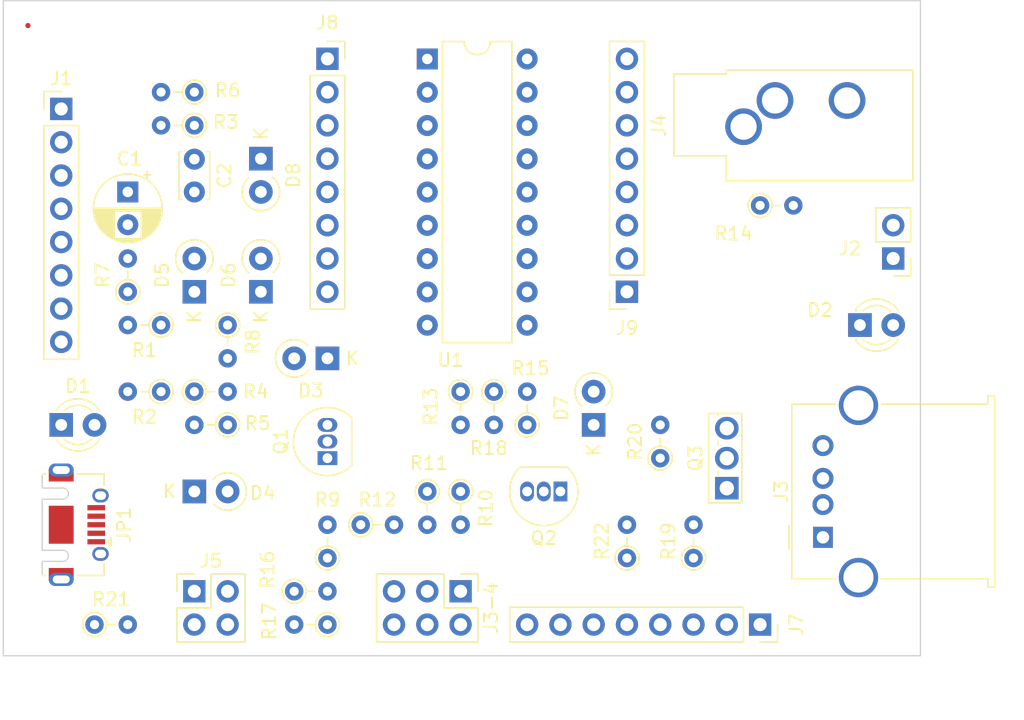
<source format=kicad_pcb>
(kicad_pcb (version 20211014) (generator pcbnew)
  (layers (0 "F.Cu" signal) (31 "B.Cu" signal) (34 "B.Paste" user) (35 "F.Paste" user) (36 "B.SilkS" user "B.Silkscreen") (37 "F.SilkS" user "F.Silkscreen") (38 "B.Mask" user) (39 "F.Mask" user) (44 "Edge.Cuts" user))
  (net 0 "")
  (net 1 "GND")
  (net 2 "Net-(R13-Pad2)")
  (net 3 "Net-(D7-Pad1)")
  (net 4 "Net-(R21-Pad1)")
  (net 5 "Net-(R19-Pad2)")
  (net 6 "Net-(D5-Pad1)")
  (net 7 "Net-(J1-Pad2)")
  (net 8 "Net-(J1-Pad1)")
  (net 9 "Net-(J1-Pad8)")
  (net 12 "Net-(R16-Pad1)")
  (net 13 "Net-(R14-Pad1)")
  (net 14 "Net-(R13-Pad1)")
  (net 15 "Net-(R10-Pad1)")
  (net 16 "Net-(R4-Pad2)")
  (net 17 "Net-(D3-Pad2)")
  (net 18 "+3V3")
  (net 19 "Net-(D1-Pad2)")
  (net 20 "Net-(J7-Pad5)")
  (net 21 "Net-(J5-Pad3)")
  (net 22 "Net-(J3-Pad2)")
  (net 23 "Net-(J7-Pad4)")
  (net 24 "Net-(J5-Pad2)")
  (net 25 "Net-(J4-PadR)")
  (net 26 "Net-(J3-4-Pad5)")
  (net 27 "Net-(J3-4-Pad3)")
  (net 28 "Net-(J3-4-Pad1)")
  (net 29 "Net-(D6-Pad2)")
  (net 30 "Net-(J1-Pad6)")
  (net 31 "Net-(D5-Pad2)")
  (net 32 "Net-(J1-Pad7)")
  (net 33 "+5V")
  (net 34 "Net-(D2-Pad2)")
  (net 55 "Net-(J3-Pad4)")
  (net 56 "Net-(R12-Pad1)")
  (net 57 "Net-(R11-Pad1)")
  (footprint "Package_DIP:DIP-18_W7.62mm" (layer "F.Cu") (at 73.66 27.95)
    (fp_text reference "U1" (at 1.778 22.977) (layer "F.SilkS"))
    (fp_text value "MCP23008-xP")
    (pad "1" thru_hole rect (at 0 0) (size 1.6 1.6) (drill 0.8) (layers *.Cu *.Mask) (net 7 "Net-(J1-Pad2)"))
    (pad "2" thru_hole oval (at 0 2.54) (size 1.6 1.6) (drill 0.8) (layers *.Cu *.Mask) (net 8 "Net-(J1-Pad1)"))
    (pad "3" thru_hole oval (at 0 5.08) (size 1.6 1.6) (drill 0.8) (layers *.Cu *.Mask) (net 1 "GND"))
    (pad "4" thru_hole oval (at 0 7.62) (size 1.6 1.6) (drill 0.8) (layers *.Cu *.Mask) (net 1 "GND"))
    (pad "5" thru_hole oval (at 0 10.16) (size 1.6 1.6) (drill 0.8) (layers *.Cu *.Mask) (net 1 "GND"))
    (pad "6" thru_hole oval (at 0 12.7) (size 1.6 1.6) (drill 0.8) (layers *.Cu *.Mask) (net 9 "Net-(J1-Pad8)"))
    (pad "7" thru_hole oval (at 0 15.24) (size 1.6 1.6) (drill 0.8) (layers *.Cu *.Mask))
    (pad "8" thru_hole oval (at 0 17.78) (size 1.6 1.6) (drill 0.8) (layers *.Cu *.Mask))
    (pad "9" thru_hole oval (at 0 20.32) (size 1.6 1.6) (drill 0.8) (layers *.Cu *.Mask) (net 1 "GND"))
    (pad "10" thru_hole oval (at 7.62 20.32) (size 1.6 1.6) (drill 0.8) (layers *.Cu *.Mask) (net 57 "Net-(R11-Pad1)"))
    (pad "11" thru_hole oval (at 7.62 17.78) (size 1.6 1.6) (drill 0.8) (layers *.Cu *.Mask) (net 56 "Net-(R12-Pad1)"))
    (pad "12" thru_hole oval (at 7.62 15.24) (size 1.6 1.6) (drill 0.8) (layers *.Cu *.Mask) (net 4 "Net-(R21-Pad1)"))
    (pad "13" thru_hole oval (at 7.62 12.7) (size 1.6 1.6) (drill 0.8) (layers *.Cu *.Mask) (net 14 "Net-(R13-Pad1)"))
    (pad "14" thru_hole oval (at 7.62 10.16) (size 1.6 1.6) (drill 0.8) (layers *.Cu *.Mask) (net 5 "Net-(R19-Pad2)"))
    (pad "15" thru_hole oval (at 7.62 7.62) (size 1.6 1.6) (drill 0.8) (layers *.Cu *.Mask) (net 12 "Net-(R16-Pad1)"))
    (pad "16" thru_hole oval (at 7.62 5.08) (size 1.6 1.6) (drill 0.8) (layers *.Cu *.Mask) (net 13 "Net-(R14-Pad1)"))
    (pad "17" thru_hole oval (at 7.62 2.54) (size 1.6 1.6) (drill 0.8) (layers *.Cu *.Mask) (net 15 "Net-(R10-Pad1)"))
    (pad "18" thru_hole oval (at 7.62 0) (size 1.6 1.6) (drill 0.8) (layers *.Cu *.Mask) (net 18 "+3V3"))
  )
  (footprint "LED_THT:LED_D3.0mm" (layer "F.Cu") (at 106.68 48.26)
    (fp_text reference "D2" (at -3.048 -1.143) (layer "F.SilkS"))
    (fp_text value "LED")
    (pad "1" thru_hole rect (at 0 0) (size 1.8 1.8) (drill 0.9) (layers *.Cu *.Mask) (net 1 "GND"))
    (pad "2" thru_hole circle (at 2.54 0) (size 1.8 1.8) (drill 0.9) (layers *.Cu *.Mask) (net 34 "Net-(D2-Pad2)"))
  )
  (footprint "Resistor_THT:R_Axial_DIN0204_L3.6mm_D1.6mm_P2.54mm_Vertical" (layer "F.Cu") (at 55.88 33.02 180)
    (fp_text reference "R3" (at -2.413 0.254 180) (layer "F.SilkS"))
    (fp_text value "22k")
    (pad "1" thru_hole circle (at 0 0 180) (size 1.4 1.4) (drill 0.7) (layers *.Cu *.Mask) (net 18 "+3V3"))
    (pad "2" thru_hole oval (at 2.54 0 180) (size 1.4 1.4) (drill 0.7) (layers *.Cu *.Mask) (net 7 "Net-(J1-Pad2)"))
  )
  (footprint "Resistor_THT:R_Axial_DIN0204_L3.6mm_D1.6mm_P2.54mm_Vertical" (layer "F.Cu") (at 53.34 48.26 180)
    (fp_text reference "R1" (at 1.27 -1.92) (layer "F.SilkS"))
    (fp_text value "1k")
    (pad "1" thru_hole circle (at 0 0 180) (size 1.4 1.4) (drill 0.7) (layers *.Cu *.Mask) (net 18 "+3V3"))
    (pad "2" thru_hole oval (at 2.54 0 180) (size 1.4 1.4) (drill 0.7) (layers *.Cu *.Mask) (net 19 "Net-(D1-Pad2)"))
  )
  (footprint "Resistor_THT:R_Axial_DIN0204_L3.6mm_D1.6mm_P2.54mm_Vertical" (layer "F.Cu") (at 68.58 63.5)
    (fp_text reference "R12" (at 1.27 -1.92) (layer "F.SilkS"))
    (fp_text value "4k7")
    (pad "1" thru_hole circle (at 0 0) (size 1.4 1.4) (drill 0.7) (layers *.Cu *.Mask) (net 56 "Net-(R12-Pad1)"))
    (pad "2" thru_hole oval (at 2.54 0) (size 1.4 1.4) (drill 0.7) (layers *.Cu *.Mask) (net 26 "Net-(J3-4-Pad5)"))
  )
  (footprint "Resistor_THT:R_Axial_DIN0204_L3.6mm_D1.6mm_P2.54mm_Vertical" (layer "F.Cu") (at 93.98 66.04 90)
    (fp_text reference "R19" (at 1.27 -1.92 90) (layer "F.SilkS"))
    (fp_text value "4k7")
    (pad "1" thru_hole circle (at 0 0 90) (size 1.4 1.4) (drill 0.7) (layers *.Cu *.Mask) (net 23 "Net-(J7-Pad4)"))
    (pad "2" thru_hole oval (at 2.54 0 90) (size 1.4 1.4) (drill 0.7) (layers *.Cu *.Mask) (net 5 "Net-(R19-Pad2)"))
  )
  (footprint "Diode_THT:D_A-405_P2.54mm_Vertical_KathodeUp" (layer "F.Cu") (at 55.88 60.96)
    (fp_text reference "D4" (at 5.207 0.127) (layer "F.SilkS"))
    (fp_text value "BAT43")
    (fp_text user "K" (at -1.9 0) (layer "F.SilkS"))
    (pad "1" thru_hole rect (at 0 0) (size 1.8 1.8) (drill 0.9) (layers *.Cu *.Mask) (net 33 "+5V"))
    (pad "2" thru_hole oval (at 2.54 0) (size 1.8 1.8) (drill 0.9) (layers *.Cu *.Mask) (net 1 "GND"))
  )
  (footprint "Package_TO_SOT_THT:TO-251-3_Vertical" (layer "F.Cu") (at 96.52 60.71 90)
    (fp_text reference "Q3" (at 2.29 -2.39 90) (layer "F.SilkS"))
    (fp_text value "IRLU2905PBF")
    (pad "1" thru_hole rect (at 0 0 90) (size 1.7175 1.8) (drill 1.1) (layers *.Cu *.Mask) (net 6 "Net-(D5-Pad1)"))
    (pad "2" thru_hole oval (at 2.29 0 90) (size 1.7175 1.8) (drill 1.1) (layers *.Cu *.Mask) (net 55 "Net-(J3-Pad4)"))
    (pad "3" thru_hole oval (at 4.58 0 90) (size 1.7175 1.8) (drill 1.1) (layers *.Cu *.Mask) (net 1 "GND"))
  )
  (footprint "Resistor_THT:R_Axial_DIN0204_L3.6mm_D1.6mm_P2.54mm_Vertical" (layer "F.Cu") (at 53.34 53.34 180)
    (fp_text reference "R2" (at 1.27 -1.92 180) (layer "F.SilkS"))
    (fp_text value "6.8k")
    (pad "1" thru_hole circle (at 0 0 180) (size 1.4 1.4) (drill 0.7) (layers *.Cu *.Mask) (net 33 "+5V"))
    (pad "2" thru_hole oval (at 2.54 0 180) (size 1.4 1.4) (drill 0.7) (layers *.Cu *.Mask) (net 34 "Net-(D2-Pad2)"))
  )
  (footprint "Resistor_THT:R_Axial_DIN0204_L3.6mm_D1.6mm_P2.54mm_Vertical" (layer "F.Cu") (at 50.8 45.72 90)
    (fp_text reference "R7" (at 1.27 -1.92 90) (layer "F.SilkS"))
    (fp_text value "4k7")
    (pad "1" thru_hole circle (at 0 0 90) (size 1.4 1.4) (drill 0.7) (layers *.Cu *.Mask) (net 30 "Net-(J1-Pad6)"))
    (pad "2" thru_hole oval (at 2.54 0 90) (size 1.4 1.4) (drill 0.7) (layers *.Cu *.Mask) (net 31 "Net-(D5-Pad2)"))
  )
  (footprint "Resistor_THT:R_Axial_DIN0204_L3.6mm_D1.6mm_P2.54mm_Vertical" (layer "F.Cu") (at 76.2 53.34 -90)
    (fp_text reference "R13" (at 1.143 2.286 -90) (layer "F.SilkS"))
    (fp_text value "4k7")
    (pad "1" thru_hole circle (at 0 0 270) (size 1.4 1.4) (drill 0.7) (layers *.Cu *.Mask) (net 14 "Net-(R13-Pad1)"))
    (pad "2" thru_hole oval (at 2.54 0 270) (size 1.4 1.4) (drill 0.7) (layers *.Cu *.Mask) (net 2 "Net-(R13-Pad2)"))
  )
  (footprint "LED_THT:LED_D3.0mm" (layer "F.Cu") (at 45.72 55.88)
    (fp_text reference "D1" (at 1.27 -2.96) (layer "F.SilkS"))
    (fp_text value "LED")
    (pad "1" thru_hole rect (at 0 0) (size 1.8 1.8) (drill 0.9) (layers *.Cu *.Mask) (net 1 "GND"))
    (pad "2" thru_hole circle (at 2.54 0) (size 1.8 1.8) (drill 0.9) (layers *.Cu *.Mask) (net 19 "Net-(D1-Pad2)"))
  )
  (footprint "Resistor_THT:R_Axial_DIN0204_L3.6mm_D1.6mm_P2.54mm_Vertical" (layer "F.Cu") (at 66.04 71.12 180)
    (fp_text reference "R17" (at 4.445 0.254 270) (layer "F.SilkS"))
    (fp_text value "4k7")
    (pad "1" thru_hole circle (at 0 0 180) (size 1.4 1.4) (drill 0.7) (layers *.Cu *.Mask) (net 24 "Net-(J5-Pad2)"))
    (pad "2" thru_hole oval (at 2.54 0 180) (size 1.4 1.4) (drill 0.7) (layers *.Cu *.Mask) (net 1 "GND"))
  )
  (footprint "Connector_PinHeader_2.54mm:PinHeader_1x08_P2.54mm_Vertical" (layer "F.Cu") (at 45.72 31.765)
    (fp_text reference "J1" (at 0 -2.33) (layer "F.SilkS"))
    (fp_text value "Conn_01x08")
    (pad "1" thru_hole rect (at 0 0) (size 1.7 1.7) (drill 1) (layers *.Cu *.Mask) (net 8 "Net-(J1-Pad1)"))
    (pad "2" thru_hole oval (at 0 2.54) (size 1.7 1.7) (drill 1) (layers *.Cu *.Mask) (net 7 "Net-(J1-Pad2)"))
    (pad "3" thru_hole oval (at 0 5.08) (size 1.7 1.7) (drill 1) (layers *.Cu *.Mask) (net 18 "+3V3"))
    (pad "4" thru_hole oval (at 0 7.62) (size 1.7 1.7) (drill 1) (layers *.Cu *.Mask) (net 1 "GND"))
    (pad "5" thru_hole oval (at 0 10.16) (size 1.7 1.7) (drill 1) (layers *.Cu *.Mask))
    (pad "6" thru_hole oval (at 0 12.7) (size 1.7 1.7) (drill 1) (layers *.Cu *.Mask) (net 30 "Net-(J1-Pad6)"))
    (pad "7" thru_hole oval (at 0 15.24) (size 1.7 1.7) (drill 1) (layers *.Cu *.Mask) (net 32 "Net-(J1-Pad7)"))
    (pad "8" thru_hole oval (at 0 17.78) (size 1.7 1.7) (drill 1) (layers *.Cu *.Mask) (net 9 "Net-(J1-Pad8)"))
  )
  (footprint "Resistor_THT:R_Axial_DIN0204_L3.6mm_D1.6mm_P2.54mm_Vertical" (layer "F.Cu") (at 48.26 71.12)
    (fp_text reference "R21" (at 1.27 -1.92) (layer "F.SilkS"))
    (fp_text value "4k7")
    (pad "1" thru_hole circle (at 0 0) (size 1.4 1.4) (drill 0.7) (layers *.Cu *.Mask) (net 4 "Net-(R21-Pad1)"))
    (pad "2" thru_hole oval (at 2.54 0) (size 1.4 1.4) (drill 0.7) (layers *.Cu *.Mask) (net 21 "Net-(J5-Pad3)"))
  )
  (footprint "Resistor_THT:R_Axial_DIN0204_L3.6mm_D1.6mm_P2.54mm_Vertical" (layer "F.Cu") (at 66.04 66.04 90)
    (fp_text reference "R9" (at 4.445 0 180) (layer "F.SilkS"))
    (fp_text value "4k7")
    (pad "1" thru_hole circle (at 0 0 90) (size 1.4 1.4) (drill 0.7) (layers *.Cu *.Mask) (net 24 "Net-(J5-Pad2)"))
    (pad "2" thru_hole oval (at 2.54 0 90) (size 1.4 1.4) (drill 0.7) (layers *.Cu *.Mask) (net 29 "Net-(D6-Pad2)"))
  )
  (footprint "Connector_Audio:Jack_3.5mm_CUI_SJ1-3533NG_Horizontal_CircularHoles" (layer "F.Cu") (at 97.8 33.12 90)
    (fp_text reference "J4" (at 0.1 -6.45 90) (layer "F.SilkS"))
    (fp_text value "AudioJack3")
    (pad "R" thru_hole circle (at 2 7.9 90) (size 2.8 2.8) (drill 2) (layers *.Cu *.Mask) (net 25 "Net-(J4-PadR)"))
    (pad "S" thru_hole circle (at 0 0 90) (size 2.8 2.8) (drill 2) (layers *.Cu *.Mask) (net 1 "GND"))
    (pad "T" thru_hole circle (at 2 2.4 90) (size 2.8 2.8) (drill 2) (layers *.Cu *.Mask))
  )
  (footprint "Diode_THT:D_A-405_P2.54mm_Vertical_KathodeUp" (layer "F.Cu") (at 60.96 35.56 -90)
    (fp_text reference "D8" (at 1.27 -2.47 90) (layer "F.SilkS"))
    (fp_text value "BAT43")
    (fp_text user "K" (at -1.9 0 90) (layer "F.SilkS"))
    (pad "1" thru_hole rect (at 0 0 270) (size 1.8 1.8) (drill 0.9) (layers *.Cu *.Mask) (net 18 "+3V3"))
    (pad "2" thru_hole oval (at 2.54 0 270) (size 1.8 1.8) (drill 0.9) (layers *.Cu *.Mask) (net 1 "GND"))
  )
  (footprint "Connector_PinHeader_2.54mm:PinHeader_2x03_P2.54mm_Vertical" (layer "F.Cu") (at 76.2 68.58 -90)
    (fp_text reference "J3-4" (at 1.27 -2.33 90) (layer "F.SilkS"))
    (fp_text value "Conn_02x03_Odd_Even")
    (pad "1" thru_hole rect (at 0 0 270) (size 1.7 1.7) (drill 1) (layers *.Cu *.Mask) (net 28 "Net-(J3-4-Pad1)"))
    (pad "2" thru_hole oval (at 2.54 0 270) (size 1.7 1.7) (drill 1) (layers *.Cu *.Mask) (net 1 "GND"))
    (pad "3" thru_hole oval (at 0 2.54 270) (size 1.7 1.7) (drill 1) (layers *.Cu *.Mask) (net 27 "Net-(J3-4-Pad3)"))
    (pad "4" thru_hole oval (at 2.54 2.54 270) (size 1.7 1.7) (drill 1) (layers *.Cu *.Mask) (net 1 "GND"))
    (pad "5" thru_hole oval (at 0 5.08 270) (size 1.7 1.7) (drill 1) (layers *.Cu *.Mask) (net 26 "Net-(J3-4-Pad5)"))
    (pad "6" thru_hole oval (at 2.54 5.08 270) (size 1.7 1.7) (drill 1) (layers *.Cu *.Mask) (net 1 "GND"))
  )
  (footprint "Resistor_THT:R_Axial_DIN0204_L3.6mm_D1.6mm_P2.54mm_Vertical" (layer "F.Cu") (at 63.5 68.58)
    (fp_text reference "R16" (at -2.032 -1.651 90) (layer "F.SilkS"))
    (fp_text value "4k7")
    (pad "1" thru_hole circle (at 0 0) (size 1.4 1.4) (drill 0.7) (layers *.Cu *.Mask) (net 12 "Net-(R16-Pad1)"))
    (pad "2" thru_hole oval (at 2.54 0) (size 1.4 1.4) (drill 0.7) (layers *.Cu *.Mask) (net 24 "Net-(J5-Pad2)"))
  )
  (footprint "Resistor_THT:R_Axial_DIN0204_L3.6mm_D1.6mm_P2.54mm_Vertical" (layer "F.Cu") (at 58.42 55.88 180)
    (fp_text reference "R5" (at -2.286 0.127 180) (layer "F.SilkS"))
    (fp_text value "4k7")
    (pad "1" thru_hole circle (at 0 0 180) (size 1.4 1.4) (drill 0.7) (layers *.Cu *.Mask) (net 16 "Net-(R4-Pad2)"))
    (pad "2" thru_hole oval (at 2.54 0 180) (size 1.4 1.4) (drill 0.7) (layers *.Cu *.Mask) (net 1 "GND"))
  )
  (footprint "Resistor_THT:R_Axial_DIN0204_L3.6mm_D1.6mm_P2.54mm_Vertical" (layer "F.Cu") (at 73.66 60.96 -90)
    (fp_text reference "R11" (at -2.159 -0.127) (layer "F.SilkS"))
    (fp_text value "4k7")
    (pad "1" thru_hole circle (at 0 0 270) (size 1.4 1.4) (drill 0.7) (layers *.Cu *.Mask) (net 57 "Net-(R11-Pad1)"))
    (pad "2" thru_hole oval (at 2.54 0 270) (size 1.4 1.4) (drill 0.7) (layers *.Cu *.Mask) (net 27 "Net-(J3-4-Pad3)"))
  )
  (footprint "Connector_PinSocket_2.54mm:PinSocket_1x08_P2.54mm_Vertical" (layer "F.Cu") (at 99.06 71.12 -90)
    (fp_text reference "J7" (at 0 -2.77 -90) (layer "F.SilkS"))
    (fp_text value "Conn_01x08")
    (pad "1" thru_hole rect (at 0 0 270) (size 1.7 1.7) (drill 1) (layers *.Cu *.Mask))
    (pad "2" thru_hole oval (at 0 2.54 270) (size 1.7 1.7) (drill 1) (layers *.Cu *.Mask))
    (pad "3" thru_hole oval (at 0 5.08 270) (size 1.7 1.7) (drill 1) (layers *.Cu *.Mask) (net 18 "+3V3"))
    (pad "4" thru_hole oval (at 0 7.62 270) (size 1.7 1.7) (drill 1) (layers *.Cu *.Mask) (net 23 "Net-(J7-Pad4)"))
    (pad "5" thru_hole oval (at 0 10.16 270) (size 1.7 1.7) (drill 1) (layers *.Cu *.Mask) (net 20 "Net-(J7-Pad5)"))
    (pad "6" thru_hole oval (at 0 12.7 270) (size 1.7 1.7) (drill 1) (layers *.Cu *.Mask))
    (pad "7" thru_hole oval (at 0 15.24 270) (size 1.7 1.7) (drill 1) (layers *.Cu *.Mask) (net 55 "Net-(J3-Pad4)"))
    (pad "8" thru_hole oval (at 0 17.78 270) (size 1.7 1.7) (drill 1) (layers *.Cu *.Mask) (net 33 "+5V"))
  )
  (footprint "Connector_PinSocket_2.54mm:PinSocket_1x08_P2.54mm_Vertical" (layer "F.Cu") (at 66.04 27.94)
    (fp_text reference "J8" (at 0 -2.77) (layer "F.SilkS"))
    (fp_text value "Conn_01x08")
    (pad "1" thru_hole rect (at 0 0) (size 1.7 1.7) (drill 1) (layers *.Cu *.Mask))
    (pad "2" thru_hole oval (at 0 2.54) (size 1.7 1.7) (drill 1) (layers *.Cu *.Mask))
    (pad "3" thru_hole oval (at 0 5.08) (size 1.7 1.7) (drill 1) (layers *.Cu *.Mask))
    (pad "4" thru_hole oval (at 0 7.62) (size 1.7 1.7) (drill 1) (layers *.Cu *.Mask))
    (pad "5" thru_hole oval (at 0 10.16) (size 1.7 1.7) (drill 1) (layers *.Cu *.Mask))
    (pad "6" thru_hole oval (at 0 12.7) (size 1.7 1.7) (drill 1) (layers *.Cu *.Mask))
    (pad "7" thru_hole oval (at 0 15.24) (size 1.7 1.7) (drill 1) (layers *.Cu *.Mask) (net 18 "+3V3"))
    (pad "8" thru_hole oval (at 0 17.78) (size 1.7 1.7) (drill 1) (layers *.Cu *.Mask) (net 1 "GND"))
  )
  (footprint "Resistor_THT:R_Axial_DIN0204_L3.6mm_D1.6mm_P2.54mm_Vertical" (layer "F.Cu") (at 88.9 66.04 90)
    (fp_text reference "R22" (at 1.27 -1.92 90) (layer "F.SilkS"))
    (fp_text value "4k7")
    (pad "1" thru_hole circle (at 0 0 90) (size 1.4 1.4) (drill 0.7) (layers *.Cu *.Mask) (net 20 "Net-(J7-Pad5)"))
    (pad "2" thru_hole oval (at 2.54 0 90) (size 1.4 1.4) (drill 0.7) (layers *.Cu *.Mask) (net 2 "Net-(R13-Pad2)"))
  )
  (footprint "Capacitor_THT:C_Disc_D3.4mm_W2.1mm_P2.50mm" (layer "F.Cu") (at 55.88 35.6 -90)
    (fp_text reference "C2" (at 1.25 -2.3 -90) (layer "F.SilkS"))
    (fp_text value "0.1u")
    (pad "1" thru_hole circle (at 0 0 270) (size 1.6 1.6) (drill 0.8) (layers *.Cu *.Mask) (net 18 "+3V3"))
    (pad "2" thru_hole circle (at 2.5 0 270) (size 1.6 1.6) (drill 0.8) (layers *.Cu *.Mask) (net 1 "GND"))
  )
  (footprint "Resistor_THT:R_Axial_DIN0204_L3.6mm_D1.6mm_P2.54mm_Vertical" (layer "F.Cu") (at 91.44 58.42 90)
    (fp_text reference "R20" (at 1.27 -1.92 90) (layer "F.SilkS"))
    (fp_text value "39k")
    (pad "1" thru_hole circle (at 0 0 90) (size 1.4 1.4) (drill 0.7) (layers *.Cu *.Mask) (net 22 "Net-(J3-Pad2)"))
    (pad "2" thru_hole oval (at 2.54 0 90) (size 1.4 1.4) (drill 0.7) (layers *.Cu *.Mask) (net 3 "Net-(D7-Pad1)"))
  )
  (footprint "Connector_USB:USB_A_Molex_67643_Horizontal" (layer "F.Cu") (at 103.86 64.46 90)
    (fp_text reference "J3" (at 3.5 -3.19 90) (layer "F.SilkS"))
    (fp_text value "USB_A")
    (pad "1" thru_hole rect (at 0 0 90) (size 1.6 1.5) (drill 0.95) (layers *.Cu *.Mask) (net 33 "+5V"))
    (pad "2" thru_hole circle (at 2.5 0 90) (size 1.6 1.6) (drill 0.95) (layers *.Cu *.Mask) (net 22 "Net-(J3-Pad2)"))
    (pad "3" thru_hole circle (at 4.5 0 90) (size 1.6 1.6) (drill 0.95) (layers *.Cu *.Mask))
    (pad "4" thru_hole circle (at 7 0 90) (size 1.6 1.6) (drill 0.95) (layers *.Cu *.Mask) (net 55 "Net-(J3-Pad4)"))
    (pad "5" thru_hole circle (at -3.07 2.71 90) (size 3 3) (drill 2.3) (layers *.Cu *.Mask))
    (pad "5" thru_hole circle (at 10.07 2.71 90) (size 3 3) (drill 2.3) (layers *.Cu *.Mask))
  )
  (footprint "Package_TO_SOT_THT:TO-92_Inline" (layer "F.Cu") (at 83.82 60.96 180)
    (fp_text reference "Q2" (at 1.27 -3.56) (layer "F.SilkS"))
    (fp_text value "2N7000")
    (pad "1" thru_hole rect (at 0 0 180) (size 1.05 1.5) (drill 0.75) (layers *.Cu *.Mask) (net 1 "GND"))
    (pad "2" thru_hole oval (at 1.27 0 180) (size 1.05 1.5) (drill 0.75) (layers *.Cu *.Mask) (net 3 "Net-(D7-Pad1)"))
    (pad "3" thru_hole oval (at 2.54 0 180) (size 1.05 1.5) (drill 0.75) (layers *.Cu *.Mask) (net 2 "Net-(R13-Pad2)"))
  )
  (footprint "Capacitor_THT:CP_Radial_D5.0mm_P2.50mm" (layer "F.Cu") (at 50.8 38.1 -90)
    (fp_text reference "C1" (at -2.54 -0.127 180) (layer "F.SilkS"))
    (fp_text value "10u")
    (pad "1" thru_hole rect (at 0 0 270) (size 1.6 1.6) (drill 0.8) (layers *.Cu *.Mask) (net 18 "+3V3"))
    (pad "2" thru_hole circle (at 2.5 0 270) (size 1.6 1.6) (drill 0.8) (layers *.Cu *.Mask) (net 1 "GND"))
  )
  (footprint "Diode_THT:D_A-405_P2.54mm_Vertical_KathodeUp" (layer "F.Cu") (at 55.88 45.72 90)
    (fp_text reference "D5" (at 1.27 -2.47 90) (layer "F.SilkS"))
    (fp_text value "D")
    (fp_text user "K" (at -1.9 0 90) (layer "F.SilkS"))
    (pad "1" thru_hole rect (at 0 0 90) (size 1.8 1.8) (drill 0.9) (layers *.Cu *.Mask) (net 6 "Net-(D5-Pad1)"))
    (pad "2" thru_hole oval (at 2.54 0 90) (size 1.8 1.8) (drill 0.9) (layers *.Cu *.Mask) (net 31 "Net-(D5-Pad2)"))
  )
  (footprint "Diode_THT:D_A-405_P2.54mm_Vertical_KathodeUp" (layer "F.Cu") (at 86.36 55.88 90)
    (fp_text reference "D7" (at 1.27 -2.47 90) (layer "F.SilkS"))
    (fp_text value "2.5V")
    (fp_text user "K" (at -1.9 0 90) (layer "F.SilkS"))
    (pad "1" thru_hole rect (at 0 0 90) (size 1.8 1.8) (drill 0.9) (layers *.Cu *.Mask) (net 3 "Net-(D7-Pad1)"))
    (pad "2" thru_hole oval (at 2.54 0 90) (size 1.8 1.8) (drill 0.9) (layers *.Cu *.Mask) (net 1 "GND"))
  )
  (footprint "Package_TO_SOT_THT:TO-92_Inline" (layer "F.Cu") (at 66.04 58.42 90)
    (fp_text reference "Q1" (at 1.27 -3.56 90) (layer "F.SilkS"))
    (fp_text value "2N7000")
    (pad "1" thru_hole rect (at 0 0 90) (size 1.05 1.5) (drill 0.75) (layers *.Cu *.Mask) (net 1 "GND"))
    (pad "2" thru_hole oval (at 1.27 0 90) (size 1.05 1.5) (drill 0.75) (layers *.Cu *.Mask) (net 16 "Net-(R4-Pad2)"))
    (pad "3" thru_hole oval (at 2.54 0 90) (size 1.05 1.5) (drill 0.75) (layers *.Cu *.Mask) (net 17 "Net-(D3-Pad2)"))
  )
  (footprint "Resistor_THT:R_Axial_DIN0204_L3.6mm_D1.6mm_P2.54mm_Vertical" (layer "F.Cu") (at 58.42 48.26 -90)
    (fp_text reference "R8" (at 1.27 -1.92 -90) (layer "F.SilkS"))
    (fp_text value "4k7")
    (pad "1" thru_hole circle (at 0 0 270) (size 1.4 1.4) (drill 0.7) (layers *.Cu *.Mask) (net 6 "Net-(D5-Pad1)"))
    (pad "2" thru_hole oval (at 2.54 0 270) (size 1.4 1.4) (drill 0.7) (layers *.Cu *.Mask) (net 1 "GND"))
  )
  (footprint "Connector_PinHeader_2.54mm:PinHeader_1x02_P2.54mm_Vertical" (layer "F.Cu") (at 109.22 43.18 180)
    (fp_text reference "J2" (at 3.302 0.762) (layer "F.SilkS"))
    (fp_text value "Conn_01x02")
    (pad "1" thru_hole rect (at 0 0 180) (size 1.7 1.7) (drill 1) (layers *.Cu *.Mask) (net 18 "+3V3"))
    (pad "2" thru_hole oval (at 0 2.54 180) (size 1.7 1.7) (drill 1) (layers *.Cu *.Mask) (net 17 "Net-(D3-Pad2)"))
  )
  (footprint "Resistor_THT:R_Axial_DIN0204_L3.6mm_D1.6mm_P2.54mm_Vertical" (layer "F.Cu") (at 78.74 53.34 -90)
    (fp_text reference "R15" (at -1.778 -2.794) (layer "F.SilkS"))
    (fp_text value "4k7")
    (pad "1" thru_hole circle (at 0 0 270) (size 1.4 1.4) (drill 0.7) (layers *.Cu *.Mask) (net 18 "+3V3"))
    (pad "2" thru_hole oval (at 2.54 0 270) (size 1.4 1.4) (drill 0.7) (layers *.Cu *.Mask) (net 2 "Net-(R13-Pad2)"))
  )
  (footprint "Connector_USB:USB_Micro-AB_Molex_47590-0001" (layer "F.Cu") (at 45.72 63.5 -90)
    (fp_text reference "JP1" (at 0 -4.8 90) (layer "F.SilkS"))
    (fp_text value "USB_B_Micro")
    (fp_line (start -2.8 -0.125) (end -2.8 1.45) (layer "Edge.Cuts") (width 0.1))
    (fp_line (start -3.75 1.45) (end -2.8 1.45) (layer "Edge.Cuts") (width 0.1))
    (fp_line (start -1.95 -0.125) (end -1.95 1.45) (layer "Edge.Cuts") (width 0.1))
    (fp_line (start 2.8 -0.125) (end 2.8 1.45) (layer "Edge.Cuts") (width 0.1))
    (fp_line (start 2.8 1.45) (end 3.75 1.45) (layer "Edge.Cuts") (width 0.1))
    (fp_line (start 1.95 -0.125) (end 1.95 1.45) (layer "Edge.Cuts") (width 0.1))
    (fp_line (start -1.95 1.45) (end 1.95 1.45) (layer "Edge.Cuts") (width 0.1))
    (fp_arc (start -2.8 -0.125) (mid -2.375 -0.55) (end -1.95 -0.125) (layer "Edge.Cuts") (width 0.1))
    (fp_arc (start 1.95 -0.125) (mid 2.375 -0.55) (end 2.8 -0.125) (layer "Edge.Cuts") (width 0.1))
    (pad "1" smd rect (at 1.3 -2.675 270) (size 0.4 1.35) (layers "F.Cu" "F.Paste" "F.Mask") (net 33 "+5V"))
    (pad "2" smd rect (at 0.65 -2.675 270) (size 0.4 1.35) (layers "F.Cu" "F.Paste" "F.Mask"))
    (pad "3" smd rect (at 0 -2.675 270) (size 0.4 1.35) (layers "F.Cu" "F.Paste" "F.Mask"))
    (pad "4" smd rect (at -0.65 -2.675 270) (size 0.4 1.35) (layers "F.Cu" "F.Paste" "F.Mask"))
    (pad "5" smd rect (at -1.3 -2.675 270) (size 0.4 1.35) (layers "F.Cu" "F.Paste" "F.Mask") (net 1 "GND"))
    (pad "6" smd rect (at -3.7375 0 270) (size 0.875 1.9) (layers "F.Cu" "F.Mask"))
    (pad "6" thru_hole oval (at -4.175 0 270) (size 1 1.9) (drill oval 0.6 1.3) (layers *.Cu *.Mask))
    (pad "6" thru_hole oval (at 4.175 0 270) (size 1 1.9) (drill oval 0.6 1.3) (layers *.Cu *.Mask))
    (pad "6" smd rect (at 0 0 270) (size 2.9 1.9) (layers "F.Cu" "F.Paste" "F.Mask"))
    (pad "6" thru_hole oval (at -2.225 -3 270) (size 1.05 1.25) (drill oval 0.65 0.85) (layers *.Cu *.Mask))
    (pad "6" smd rect (at 3.7375 0 270) (size 0.875 1.9) (layers "F.Cu" "F.Mask"))
    (pad "6" thru_hole oval (at 2.225 -3 270) (size 1.05 1.25) (drill oval 0.65 0.85) (layers *.Cu *.Mask))
  )
  (footprint "Resistor_THT:R_Axial_DIN0204_L3.6mm_D1.6mm_P2.54mm_Vertical" (layer "F.Cu") (at 81.28 55.88 90)
    (fp_text reference "R18" (at -1.778 -2.921 180) (layer "F.SilkS"))
    (fp_text value "39k")
    (pad "1" thru_hole circle (at 0 0 90) (size 1.4 1.4) (drill 0.7) (layers *.Cu *.Mask) (net 3 "Net-(D7-Pad1)"))
    (pad "2" thru_hole oval (at 2.54 0 90) (size 1.4 1.4) (drill 0.7) (layers *.Cu *.Mask) (net 1 "GND"))
  )
  (footprint "Resistor_THT:R_Axial_DIN0204_L3.6mm_D1.6mm_P2.54mm_Vertical" (layer "F.Cu") (at 55.88 30.48 180)
    (fp_text reference "R6" (at -2.54 0.127 180) (layer "F.SilkS"))
    (fp_text value "22k")
    (pad "1" thru_hole circle (at 0 0 180) (size 1.4 1.4) (drill 0.7) (layers *.Cu *.Mask) (net 18 "+3V3"))
    (pad "2" thru_hole oval (at 2.54 0 180) (size 1.4 1.4) (drill 0.7) (layers *.Cu *.Mask) (net 8 "Net-(J1-Pad1)"))
  )
  (footprint "Resistor_THT:R_Axial_DIN0204_L3.6mm_D1.6mm_P2.54mm_Vertical" (layer "F.Cu") (at 55.88 53.34)
    (fp_text reference "R4" (at 4.699 0) (layer "F.SilkS"))
    (fp_text value "4k7")
    (pad "1" thru_hole circle (at 0 0) (size 1.4 1.4) (drill 0.7) (layers *.Cu *.Mask) (net 32 "Net-(J1-Pad7)"))
    (pad "2" thru_hole oval (at 2.54 0) (size 1.4 1.4) (drill 0.7) (layers *.Cu *.Mask) (net 16 "Net-(R4-Pad2)"))
  )
  (footprint "Diode_THT:D_A-405_P2.54mm_Vertical_KathodeUp" (layer "F.Cu") (at 66.04 50.8 180)
    (fp_text reference "D3" (at 1.27 -2.47) (layer "F.SilkS"))
    (fp_text value "D")
    (fp_text user "K" (at -1.9 0) (layer "F.SilkS"))
    (pad "1" thru_hole rect (at 0 0 180) (size 1.8 1.8) (drill 0.9) (layers *.Cu *.Mask) (net 18 "+3V3"))
    (pad "2" thru_hole oval (at 2.54 0 180) (size 1.8 1.8) (drill 0.9) (layers *.Cu *.Mask) (net 17 "Net-(D3-Pad2)"))
  )
  (footprint "Connector_PinHeader_2.54mm:PinHeader_2x02_P2.54mm_Vertical" (layer "F.Cu") (at 55.88 68.58)
    (fp_text reference "J5" (at 1.27 -2.33) (layer "F.SilkS"))
    (fp_text value "Conn_02x02_Odd_Even")
    (pad "1" thru_hole rect (at 0 0) (size 1.7 1.7) (drill 1) (layers *.Cu *.Mask) (net 18 "+3V3"))
    (pad "2" thru_hole oval (at 2.54 0) (size 1.7 1.7) (drill 1) (layers *.Cu *.Mask) (net 24 "Net-(J5-Pad2)"))
    (pad "3" thru_hole oval (at 0 2.54) (size 1.7 1.7) (drill 1) (layers *.Cu *.Mask) (net 21 "Net-(J5-Pad3)"))
    (pad "4" thru_hole oval (at 2.54 2.54) (size 1.7 1.7) (drill 1) (layers *.Cu *.Mask) (net 1 "GND"))
  )
  (footprint "Resistor_THT:R_Axial_DIN0204_L3.6mm_D1.6mm_P2.54mm_Vertical" (layer "F.Cu") (at 76.2 60.96 -90)
    (fp_text reference "R10" (at 1.27 -1.92 -90) (layer "F.SilkS"))
    (fp_text value "4k7")
    (pad "1" thru_hole circle (at 0 0 270) (size 1.4 1.4) (drill 0.7) (layers *.Cu *.Mask) (net 15 "Net-(R10-Pad1)"))
    (pad "2" thru_hole oval (at 2.54 0 270) (size 1.4 1.4) (drill 0.7) (layers *.Cu *.Mask) (net 28 "Net-(J3-4-Pad1)"))
  )
  (footprint "Diode_THT:D_A-405_P2.54mm_Vertical_KathodeUp" (layer "F.Cu") (at 60.96 45.72 90)
    (fp_text reference "D6" (at 1.27 -2.47 90) (layer "F.SilkS"))
    (fp_text value "D")
    (fp_text user "K" (at -1.9 0 90) (layer "F.SilkS"))
    (pad "1" thru_hole rect (at 0 0 90) (size 1.8 1.8) (drill 0.9) (layers *.Cu *.Mask) (net 6 "Net-(D5-Pad1)"))
    (pad "2" thru_hole oval (at 2.54 0 90) (size 1.8 1.8) (drill 0.9) (layers *.Cu *.Mask) (net 29 "Net-(D6-Pad2)"))
  )
  (footprint "Connector_PinSocket_2.54mm:PinSocket_1x08_P2.54mm_Vertical" (layer "F.Cu") (at 88.9 45.72 180)
    (fp_text reference "J9" (at 0 -2.77 180) (layer "F.SilkS"))
    (fp_text value "Conn_01x08")
    (pad "1" thru_hole rect (at 0 0 180) (size 1.7 1.7) (drill 1) (layers *.Cu *.Mask) (net 1 "GND"))
    (pad "2" thru_hole oval (at 0 2.54 180) (size 1.7 1.7) (drill 1) (layers *.Cu *.Mask))
    (pad "3" thru_hole oval (at 0 5.08 180) (size 1.7 1.7) (drill 1) (layers *.Cu *.Mask) (net 8 "Net-(J1-Pad1)"))
    (pad "4" thru_hole oval (at 0 7.62 180) (size 1.7 1.7) (drill 1) (layers *.Cu *.Mask) (net 7 "Net-(J1-Pad2)"))
    (pad "5" thru_hole oval (at 0 10.16 180) (size 1.7 1.7) (drill 1) (layers *.Cu *.Mask))
    (pad "6" thru_hole oval (at 0 12.7 180) (size 1.7 1.7) (drill 1) (layers *.Cu *.Mask))
    (pad "7" thru_hole oval (at 0 15.24 180) (size 1.7 1.7) (drill 1) (layers *.Cu *.Mask) (net 57 "Net-(R11-Pad1)"))
    (pad "8" thru_hole oval (at 0 17.78 180) (size 1.7 1.7) (drill 1) (layers *.Cu *.Mask) (net 56 "Net-(R12-Pad1)"))
  )
  (footprint "Resistor_THT:R_Axial_DIN0204_L3.6mm_D1.6mm_P2.54mm_Vertical" (layer "F.Cu") (at 99.06 39.13)
    (fp_text reference "R14" (at -2.032 2.145) (layer "F.SilkS"))
    (fp_text value "4k7")
    (pad "1" thru_hole circle (at 0 0) (size 1.4 1.4) (drill 0.7) (layers *.Cu *.Mask) (net 13 "Net-(R14-Pad1)"))
    (pad "2" thru_hole oval (at 2.54 0) (size 1.4 1.4) (drill 0.7) (layers *.Cu *.Mask) (net 25 "Net-(J4-PadR)"))
  )
  (gr_circle (center 43.18 25.4) (end 43.18 25.4) (layer "F.Cu") (width 0.2) (fill none))
  (gr_rect (start 41.3 23.5) (end 111.3 73.5) (layer "Edge.Cuts") (width 0.1) (fill none))
)
</source>
